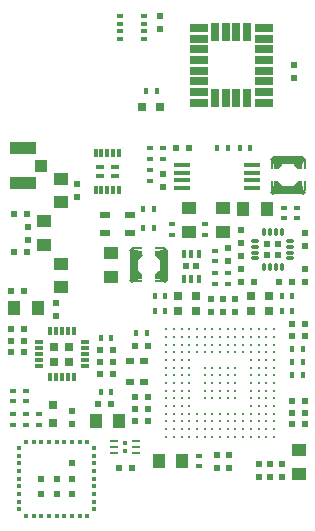
<source format=gtp>
G04 #@! TF.FileFunction,Paste,Top*
%FSLAX46Y46*%
G04 Gerber Fmt 4.6, Leading zero omitted, Abs format (unit mm)*
G04 Created by KiCad (PCBNEW 4.0.2+dfsg1-stable) date Do 09 Mär 2017 02:24:01 CET*
%MOMM*%
G01*
G04 APERTURE LIST*
%ADD10C,0.100000*%
%ADD11R,0.600000X0.500000*%
%ADD12R,1.450000X0.450000*%
%ADD13R,0.800000X0.600000*%
%ADD14R,0.500000X0.600000*%
%ADD15R,0.500000X0.350000*%
%ADD16R,0.400000X0.600000*%
%ADD17R,0.600000X0.400000*%
%ADD18O,0.750000X0.300000*%
%ADD19O,0.300000X0.750000*%
%ADD20R,0.540000X0.540000*%
%ADD21R,1.000000X1.250000*%
%ADD22R,0.300000X0.650000*%
%ADD23R,0.744000X0.465000*%
%ADD24R,0.300000X0.400000*%
%ADD25R,0.400000X0.300000*%
%ADD26R,0.500000X0.500000*%
%ADD27R,0.300000X0.730000*%
%ADD28R,0.730000X0.300000*%
%ADD29R,0.750000X0.750000*%
%ADD30R,0.350000X0.650000*%
%ADD31R,0.480000X0.600000*%
%ADD32R,1.250000X1.000000*%
%ADD33R,0.797560X0.797560*%
%ADD34R,0.900000X0.500000*%
%ADD35R,0.762000X2.540000*%
%ADD36R,0.889000X0.254000*%
%ADD37R,0.381000X0.444500*%
%ADD38R,2.540000X0.762000*%
%ADD39R,0.254000X0.889000*%
%ADD40R,0.444500X0.381000*%
%ADD41C,0.300000*%
%ADD42R,1.600000X0.700000*%
%ADD43R,0.700000X1.600000*%
%ADD44R,0.700000X0.250000*%
%ADD45R,0.366000X0.426000*%
%ADD46R,2.200000X1.050000*%
%ADD47R,1.050000X1.000000*%
G04 APERTURE END LIST*
D10*
D11*
X58150000Y-119000000D03*
X57050000Y-119000000D03*
D12*
X68350000Y-95275000D03*
X68350000Y-94625000D03*
X68350000Y-93975000D03*
X68350000Y-93325000D03*
X62450000Y-93325000D03*
X62450000Y-93975000D03*
X62450000Y-94625000D03*
X62450000Y-95275000D03*
D11*
X58450000Y-108650000D03*
X59550000Y-108650000D03*
D13*
X58000000Y-109900000D03*
X59200000Y-109900000D03*
X58000000Y-111700000D03*
X59200000Y-111700000D03*
D11*
X58450000Y-115000000D03*
X59550000Y-115000000D03*
D14*
X60570000Y-81800000D03*
X60570000Y-80700000D03*
D15*
X59195000Y-82675000D03*
X59195000Y-82025000D03*
X59195000Y-81375000D03*
X59195000Y-80725000D03*
X57145000Y-82675000D03*
X57145000Y-82025000D03*
X57145000Y-81375000D03*
X57145000Y-80725000D03*
D16*
X55550000Y-107950000D03*
X56450000Y-107950000D03*
D17*
X60800000Y-91900000D03*
X60800000Y-92800000D03*
X66300000Y-102500000D03*
X66300000Y-103400000D03*
D14*
X66300000Y-100350000D03*
X66300000Y-101450000D03*
D18*
X68625000Y-99750000D03*
X68625000Y-100250000D03*
X68625000Y-100750000D03*
X68625000Y-101250000D03*
D19*
X69350000Y-101975000D03*
X69850000Y-101975000D03*
X70350000Y-101975000D03*
X70850000Y-101975000D03*
D18*
X71575000Y-101250000D03*
X71575000Y-100750000D03*
X71575000Y-100250000D03*
X71575000Y-99750000D03*
D19*
X70850000Y-99025000D03*
X70350000Y-99025000D03*
X69850000Y-99025000D03*
X69350000Y-99025000D03*
D20*
X70550000Y-100950000D03*
X70550000Y-100050000D03*
X69650000Y-100950000D03*
X69650000Y-100050000D03*
D21*
X69600000Y-97100000D03*
X67600000Y-97100000D03*
D22*
X55100000Y-95450000D03*
X55600000Y-95450000D03*
X56100000Y-95450000D03*
X56600000Y-95450000D03*
X57100000Y-95450000D03*
X57100000Y-92350000D03*
X56600000Y-92350000D03*
X56100000Y-92350000D03*
X55600000Y-92350000D03*
X55100000Y-92350000D03*
D23*
X56720000Y-93512500D03*
X55480000Y-93512500D03*
X56720000Y-94287500D03*
X55480000Y-94287500D03*
D14*
X60800000Y-94100000D03*
X60800000Y-95200000D03*
D17*
X59700000Y-94650000D03*
X59700000Y-93750000D03*
D16*
X60050000Y-98700000D03*
X59150000Y-98700000D03*
D24*
X49200000Y-123050000D03*
X49850000Y-123050000D03*
X50500000Y-123050000D03*
X51150000Y-123050000D03*
X51800000Y-123050000D03*
X52450000Y-123050000D03*
X53100000Y-123050000D03*
X53750000Y-123050000D03*
X54400000Y-123050000D03*
D25*
X54950000Y-121850000D03*
X54950000Y-121200000D03*
X54950000Y-120550000D03*
X54950000Y-119900000D03*
X54950000Y-119250000D03*
X54950000Y-118600000D03*
X54950000Y-117950000D03*
X54950000Y-117300000D03*
D24*
X54400000Y-116750000D03*
D25*
X54950000Y-122500000D03*
D24*
X53750000Y-116750000D03*
X53100000Y-116750000D03*
X52450000Y-116750000D03*
X51800000Y-116750000D03*
X51150000Y-116750000D03*
X50500000Y-116750000D03*
X49850000Y-116750000D03*
X49200000Y-116750000D03*
D25*
X48650000Y-117300000D03*
X48650000Y-117950000D03*
X48650000Y-118600000D03*
X48650000Y-119250000D03*
X48650000Y-119900000D03*
X48650000Y-120550000D03*
X48650000Y-121200000D03*
X48650000Y-121850000D03*
X48650000Y-122500000D03*
D26*
X51800000Y-119900000D03*
X51800000Y-121200000D03*
X50500000Y-119900000D03*
X50500000Y-121200000D03*
X53100000Y-119900000D03*
X53100000Y-121200000D03*
X53100000Y-118600000D03*
D11*
X49050000Y-108200000D03*
X47950000Y-108200000D03*
X71700000Y-107800000D03*
X72800000Y-107800000D03*
D14*
X53100000Y-115250000D03*
X53100000Y-114150000D03*
D17*
X49200000Y-112450000D03*
X49200000Y-113350000D03*
D16*
X60100000Y-104400000D03*
X61000000Y-104400000D03*
D11*
X56550000Y-111000000D03*
X55450000Y-111000000D03*
D17*
X48100000Y-114450000D03*
X48100000Y-115350000D03*
X50300000Y-114450000D03*
X50300000Y-115350000D03*
X48100000Y-112450000D03*
X48100000Y-113350000D03*
D27*
X53250000Y-107385000D03*
X52750000Y-107385000D03*
X52250000Y-107385000D03*
X51750000Y-107385000D03*
X51250000Y-107385000D03*
D28*
X50285000Y-108350000D03*
X50285000Y-108850000D03*
X50285000Y-109350000D03*
X50285000Y-109850000D03*
X50285000Y-110350000D03*
D27*
X51250000Y-111315000D03*
X51750000Y-111315000D03*
X52250000Y-111315000D03*
X52750000Y-111315000D03*
X53250000Y-111315000D03*
D28*
X54215000Y-110350000D03*
X54215000Y-109850000D03*
X54215000Y-109350000D03*
X54215000Y-108850000D03*
X54215000Y-108350000D03*
D29*
X51625000Y-109975000D03*
X52875000Y-109975000D03*
X51625000Y-108725000D03*
X52875000Y-108725000D03*
D30*
X62550000Y-102950000D03*
X63200000Y-102950000D03*
X63850000Y-102950000D03*
X63850000Y-100850000D03*
X63200000Y-100850000D03*
X62550000Y-100850000D03*
D31*
X63600000Y-101900000D03*
X62800000Y-101900000D03*
D11*
X61900000Y-91900000D03*
X63000000Y-91900000D03*
D32*
X63000000Y-99000000D03*
X63000000Y-97000000D03*
X56400000Y-102800000D03*
X56400000Y-100800000D03*
D14*
X67400000Y-99950000D03*
X67400000Y-98850000D03*
X67400000Y-101050000D03*
X67400000Y-102150000D03*
X72800000Y-100150000D03*
X72800000Y-99050000D03*
D11*
X68550000Y-103200000D03*
X67450000Y-103200000D03*
X70650000Y-103200000D03*
X71750000Y-103200000D03*
D14*
X72800000Y-102100000D03*
X72800000Y-103200000D03*
D11*
X49050000Y-107200000D03*
X47950000Y-107200000D03*
X49050000Y-109200000D03*
X47950000Y-109200000D03*
X56550000Y-109000000D03*
X55450000Y-109000000D03*
X49050000Y-104000000D03*
X47950000Y-104000000D03*
D14*
X51750000Y-105050000D03*
X51750000Y-106150000D03*
D11*
X55350000Y-113600000D03*
X56450000Y-113600000D03*
D14*
X68900000Y-118650000D03*
X68900000Y-119750000D03*
X69900000Y-118650000D03*
X69900000Y-119750000D03*
X70900000Y-118650000D03*
X70900000Y-119750000D03*
D11*
X59550000Y-113000000D03*
X58450000Y-113000000D03*
D14*
X64900000Y-105750000D03*
X64900000Y-104650000D03*
D11*
X71700000Y-106800000D03*
X72800000Y-106800000D03*
D14*
X65400000Y-117850000D03*
X65400000Y-118950000D03*
D11*
X71700000Y-114300000D03*
X72800000Y-114300000D03*
D14*
X66900000Y-105750000D03*
X66900000Y-104650000D03*
X66400000Y-117850000D03*
X66400000Y-118950000D03*
D11*
X71700000Y-113300000D03*
X72800000Y-113300000D03*
D14*
X65900000Y-105750000D03*
X65900000Y-104650000D03*
D11*
X58450000Y-114000000D03*
X59550000Y-114000000D03*
X71700000Y-115300000D03*
X72800000Y-115300000D03*
D33*
X69749300Y-105700000D03*
X68250700Y-105700000D03*
X69749300Y-104400000D03*
X68250700Y-104400000D03*
X62100000Y-104400000D03*
X63598600Y-104400000D03*
X62100000Y-105700000D03*
X63598600Y-105700000D03*
X51500000Y-115149300D03*
X51500000Y-113650700D03*
D17*
X59700000Y-92800000D03*
X59700000Y-91900000D03*
X71100000Y-96950000D03*
X71100000Y-97850000D03*
X72200000Y-97850000D03*
X72200000Y-96950000D03*
X64400000Y-98350000D03*
X64400000Y-99250000D03*
X65200000Y-100600000D03*
X65200000Y-101500000D03*
D16*
X71750000Y-105700000D03*
X70850000Y-105700000D03*
X60100000Y-105700000D03*
X61000000Y-105700000D03*
X71750000Y-111100000D03*
X72650000Y-111100000D03*
D34*
X55900000Y-97550000D03*
X55900000Y-99050000D03*
X58000000Y-99050000D03*
X58000000Y-97550000D03*
D11*
X56550000Y-110000000D03*
X55450000Y-110000000D03*
D16*
X55550000Y-112550000D03*
X56450000Y-112550000D03*
D32*
X72300000Y-117500000D03*
X72300000Y-119500000D03*
X65900000Y-97000000D03*
X65900000Y-99000000D03*
D16*
X60050000Y-97100000D03*
X59150000Y-97100000D03*
X72650000Y-110000000D03*
X71750000Y-110000000D03*
D35*
X60870000Y-101800000D03*
X58330000Y-101800000D03*
D36*
X60552500Y-103197000D03*
X60552500Y-100403000D03*
X58647500Y-103197000D03*
X58647500Y-100403000D03*
D37*
X60298500Y-100752250D03*
X58901500Y-100752250D03*
X58901500Y-102847750D03*
X60298500Y-102847750D03*
D10*
G36*
X60997000Y-100276038D02*
X61250962Y-100530000D01*
X60997000Y-100783962D01*
X60743038Y-100530000D01*
X60997000Y-100276038D01*
X60997000Y-100276038D01*
G37*
G36*
X60997000Y-102816038D02*
X61250962Y-103070000D01*
X60997000Y-103323962D01*
X60743038Y-103070000D01*
X60997000Y-102816038D01*
X60997000Y-102816038D01*
G37*
G36*
X58203000Y-102816038D02*
X58456962Y-103070000D01*
X58203000Y-103323962D01*
X57949038Y-103070000D01*
X58203000Y-102816038D01*
X58203000Y-102816038D01*
G37*
G36*
X58203000Y-100276038D02*
X58456962Y-100530000D01*
X58203000Y-100783962D01*
X57949038Y-100530000D01*
X58203000Y-100276038D01*
X58203000Y-100276038D01*
G37*
G36*
X60489000Y-100593737D02*
X60869763Y-100974500D01*
X60489000Y-101355263D01*
X60108237Y-100974500D01*
X60489000Y-100593737D01*
X60489000Y-100593737D01*
G37*
G36*
X60489000Y-102244737D02*
X60869763Y-102625500D01*
X60489000Y-103006263D01*
X60108237Y-102625500D01*
X60489000Y-102244737D01*
X60489000Y-102244737D01*
G37*
G36*
X58711000Y-102244737D02*
X59091763Y-102625500D01*
X58711000Y-103006263D01*
X58330237Y-102625500D01*
X58711000Y-102244737D01*
X58711000Y-102244737D01*
G37*
G36*
X58711000Y-100593737D02*
X59091763Y-100974500D01*
X58711000Y-101355263D01*
X58330237Y-100974500D01*
X58711000Y-100593737D01*
X58711000Y-100593737D01*
G37*
D21*
X55100000Y-115000000D03*
X57100000Y-115000000D03*
D16*
X71750000Y-108900000D03*
X72650000Y-108900000D03*
X67300000Y-91900000D03*
X68200000Y-91900000D03*
X65387530Y-91900000D03*
X66287530Y-91900000D03*
D38*
X71400000Y-92930000D03*
X71400000Y-95470000D03*
D39*
X72797000Y-93247500D03*
X70003000Y-93247500D03*
X72797000Y-95152500D03*
X70003000Y-95152500D03*
D40*
X70352250Y-93501500D03*
X70352250Y-94898500D03*
X72447750Y-94898500D03*
X72447750Y-93501500D03*
D10*
G36*
X69876038Y-92803000D02*
X70130000Y-92549038D01*
X70383962Y-92803000D01*
X70130000Y-93056962D01*
X69876038Y-92803000D01*
X69876038Y-92803000D01*
G37*
G36*
X72416038Y-92803000D02*
X72670000Y-92549038D01*
X72923962Y-92803000D01*
X72670000Y-93056962D01*
X72416038Y-92803000D01*
X72416038Y-92803000D01*
G37*
G36*
X72416038Y-95597000D02*
X72670000Y-95343038D01*
X72923962Y-95597000D01*
X72670000Y-95850962D01*
X72416038Y-95597000D01*
X72416038Y-95597000D01*
G37*
G36*
X69876038Y-95597000D02*
X70130000Y-95343038D01*
X70383962Y-95597000D01*
X70130000Y-95850962D01*
X69876038Y-95597000D01*
X69876038Y-95597000D01*
G37*
G36*
X70193737Y-93311000D02*
X70574500Y-92930237D01*
X70955263Y-93311000D01*
X70574500Y-93691763D01*
X70193737Y-93311000D01*
X70193737Y-93311000D01*
G37*
G36*
X71844737Y-93311000D02*
X72225500Y-92930237D01*
X72606263Y-93311000D01*
X72225500Y-93691763D01*
X71844737Y-93311000D01*
X71844737Y-93311000D01*
G37*
G36*
X71844737Y-95089000D02*
X72225500Y-94708237D01*
X72606263Y-95089000D01*
X72225500Y-95469763D01*
X71844737Y-95089000D01*
X71844737Y-95089000D01*
G37*
G36*
X70193737Y-95089000D02*
X70574500Y-94708237D01*
X70955263Y-95089000D01*
X70574500Y-95469763D01*
X70193737Y-95089000D01*
X70193737Y-95089000D01*
G37*
D41*
X65650000Y-111800000D03*
X66300000Y-111800000D03*
X66300000Y-112450000D03*
X65650000Y-112450000D03*
X65000000Y-112450000D03*
X65000000Y-111800000D03*
X65000000Y-111150000D03*
X65650000Y-111150000D03*
X66300000Y-111150000D03*
X66950000Y-111150000D03*
X66950000Y-111800000D03*
X66950000Y-112450000D03*
X66950000Y-113100000D03*
X66300000Y-113100000D03*
X65650000Y-113100000D03*
X65000000Y-113100000D03*
X64350000Y-113100000D03*
X64350000Y-112450000D03*
X64350000Y-111800000D03*
X64350000Y-111150000D03*
X64350000Y-110500000D03*
X65000000Y-110500000D03*
X65650000Y-110500000D03*
X66300000Y-110500000D03*
X66950000Y-110500000D03*
X68250000Y-114400000D03*
X68250000Y-113750000D03*
X68250000Y-113100000D03*
X68250000Y-112450000D03*
X68250000Y-111800000D03*
X68250000Y-115050000D03*
X68250000Y-115700000D03*
X68250000Y-116350000D03*
X68900000Y-113100000D03*
X69550000Y-113100000D03*
X70200000Y-113100000D03*
X70200000Y-113750000D03*
X70200000Y-114400000D03*
X70200000Y-115050000D03*
X70200000Y-115700000D03*
X70200000Y-116350000D03*
X69550000Y-116350000D03*
X68900000Y-116350000D03*
X68900000Y-115700000D03*
X69550000Y-115700000D03*
X69550000Y-115050000D03*
X68900000Y-115050000D03*
X68900000Y-114400000D03*
X69550000Y-114400000D03*
X69550000Y-113750000D03*
X68900000Y-113750000D03*
X70200000Y-112450000D03*
X69550000Y-112450000D03*
X68900000Y-112450000D03*
X68900000Y-111800000D03*
X69550000Y-111800000D03*
X70200000Y-111800000D03*
X70200000Y-111150000D03*
X69550000Y-111150000D03*
X68900000Y-111150000D03*
X68250000Y-111150000D03*
X68250000Y-110500000D03*
X68900000Y-110500000D03*
X69550000Y-110500000D03*
X70200000Y-110500000D03*
X70200000Y-109850000D03*
X69550000Y-109850000D03*
X68900000Y-109850000D03*
X68250000Y-109850000D03*
X66950000Y-109200000D03*
X66950000Y-108550000D03*
X66950000Y-107900000D03*
X66950000Y-107250000D03*
X67600000Y-107250000D03*
X68250000Y-107250000D03*
X68900000Y-107250000D03*
X69550000Y-107250000D03*
X70200000Y-107250000D03*
X70200000Y-107900000D03*
X70200000Y-108550000D03*
X70200000Y-109200000D03*
X69550000Y-109200000D03*
X68900000Y-109200000D03*
X68250000Y-109200000D03*
X67600000Y-109200000D03*
X67600000Y-108550000D03*
X67600000Y-107900000D03*
X68250000Y-107900000D03*
X68900000Y-107900000D03*
X69550000Y-107900000D03*
X69550000Y-108550000D03*
X68900000Y-108550000D03*
X68250000Y-108550000D03*
X66300000Y-107250000D03*
X65650000Y-107250000D03*
X63050000Y-110500000D03*
X62400000Y-110500000D03*
X61750000Y-110500000D03*
X61100000Y-110500000D03*
X61100000Y-109850000D03*
X61100000Y-109200000D03*
X61100000Y-108550000D03*
X61100000Y-107900000D03*
X61100000Y-107250000D03*
X61750000Y-107250000D03*
X62400000Y-107250000D03*
X63050000Y-107250000D03*
X63700000Y-107250000D03*
X64350000Y-107250000D03*
X65000000Y-107250000D03*
X66300000Y-107900000D03*
X65650000Y-107900000D03*
X65000000Y-107900000D03*
X64350000Y-107900000D03*
X63700000Y-107900000D03*
X63050000Y-107900000D03*
X62400000Y-107900000D03*
X61750000Y-107900000D03*
X61750000Y-108550000D03*
X62400000Y-108550000D03*
X63700000Y-108550000D03*
X66300000Y-109200000D03*
X65650000Y-109200000D03*
X65000000Y-109200000D03*
X64350000Y-109200000D03*
X63700000Y-109200000D03*
X63050000Y-109200000D03*
X63050000Y-109850000D03*
X62400000Y-109850000D03*
X61750000Y-109850000D03*
X61750000Y-109200000D03*
X62400000Y-109200000D03*
X63050000Y-108550000D03*
X64350000Y-108550000D03*
X65000000Y-108550000D03*
X65650000Y-108550000D03*
X66300000Y-108550000D03*
X63050000Y-111150000D03*
X63050000Y-111800000D03*
X63050000Y-112450000D03*
X63050000Y-113100000D03*
X63050000Y-113750000D03*
X63050000Y-114400000D03*
X63700000Y-114400000D03*
X64350000Y-114400000D03*
X65000000Y-114400000D03*
X67600000Y-114400000D03*
X66950000Y-114400000D03*
X66300000Y-114400000D03*
X65650000Y-114400000D03*
X67600000Y-116350000D03*
X66950000Y-116350000D03*
X66300000Y-116350000D03*
X65650000Y-116350000D03*
X65000000Y-116350000D03*
X64350000Y-116350000D03*
X63700000Y-116350000D03*
X63050000Y-116350000D03*
X62400000Y-116350000D03*
X61750000Y-116350000D03*
X61100000Y-116350000D03*
X61100000Y-115700000D03*
X61100000Y-115050000D03*
X61100000Y-113750000D03*
X61100000Y-114400000D03*
X61100000Y-113100000D03*
X61100000Y-112450000D03*
X61100000Y-111800000D03*
X61100000Y-111150000D03*
X61750000Y-111150000D03*
X61750000Y-111800000D03*
X61750000Y-112450000D03*
X61750000Y-113100000D03*
X61750000Y-113750000D03*
X61750000Y-114400000D03*
X61750000Y-115050000D03*
X61750000Y-115700000D03*
X62400000Y-115700000D03*
X63050000Y-115700000D03*
X63700000Y-115700000D03*
X64350000Y-115700000D03*
X65000000Y-115700000D03*
X65650000Y-115700000D03*
X66950000Y-115700000D03*
X66300000Y-115700000D03*
X67600000Y-115700000D03*
X67600000Y-115050000D03*
X66950000Y-115050000D03*
X66300000Y-115050000D03*
X65650000Y-115050000D03*
X65000000Y-115050000D03*
X64350000Y-115050000D03*
X63700000Y-115050000D03*
X63050000Y-115050000D03*
X62400000Y-115050000D03*
X62400000Y-114400000D03*
X62400000Y-113750000D03*
X62400000Y-113100000D03*
X62400000Y-112450000D03*
X62400000Y-111800000D03*
X62400000Y-111150000D03*
D17*
X61600000Y-99250000D03*
X61600000Y-98350000D03*
D16*
X71750000Y-104400000D03*
X70850000Y-104400000D03*
X58550000Y-107600000D03*
X59450000Y-107600000D03*
D17*
X65200000Y-102500000D03*
X65200000Y-103400000D03*
X49200000Y-114450000D03*
X49200000Y-115350000D03*
X63900000Y-117950000D03*
X63900000Y-118850000D03*
D33*
X59070000Y-88400000D03*
X60568600Y-88400000D03*
D16*
X60270000Y-87100000D03*
X59370000Y-87100000D03*
D14*
X71870000Y-84900000D03*
X71870000Y-86000000D03*
D42*
X63835000Y-81750000D03*
X63835000Y-82650000D03*
X63835000Y-83550000D03*
X63835000Y-84450000D03*
X63835000Y-85350000D03*
X63835000Y-86250000D03*
X63835000Y-87150000D03*
X63835000Y-88050000D03*
D43*
X65235000Y-87700000D03*
X66135000Y-87700000D03*
X67035000Y-87700000D03*
X67935000Y-87700000D03*
D42*
X69335000Y-88050000D03*
X69335000Y-87150000D03*
X69335000Y-86250000D03*
X69335000Y-85350000D03*
X69335000Y-84450000D03*
X69335000Y-83550000D03*
X69335000Y-82650000D03*
X69335000Y-81750000D03*
D43*
X67935000Y-82100000D03*
X67035000Y-82100000D03*
X66135000Y-82100000D03*
X65235000Y-82100000D03*
D14*
X49350000Y-99650000D03*
X49350000Y-98550000D03*
D11*
X49300000Y-97500000D03*
X48200000Y-97500000D03*
D14*
X53550000Y-96050000D03*
X53550000Y-94950000D03*
D21*
X50200000Y-105400000D03*
X48200000Y-105400000D03*
D32*
X52150000Y-101700000D03*
X52150000Y-103700000D03*
X50750000Y-98100000D03*
X50750000Y-100100000D03*
X52150000Y-94500000D03*
X52150000Y-96500000D03*
D11*
X49300000Y-100700000D03*
X48200000Y-100700000D03*
D21*
X60450000Y-118400000D03*
X62450000Y-118400000D03*
D44*
X58525000Y-117700000D03*
X58525000Y-117200000D03*
X58525000Y-116700000D03*
X56675000Y-116700000D03*
X56675000Y-117200000D03*
X56675000Y-117700000D03*
D45*
X57600000Y-116845000D03*
X57600000Y-117555000D03*
D46*
X49000000Y-91925000D03*
X49000000Y-94875000D03*
D47*
X50525000Y-93400000D03*
M02*

</source>
